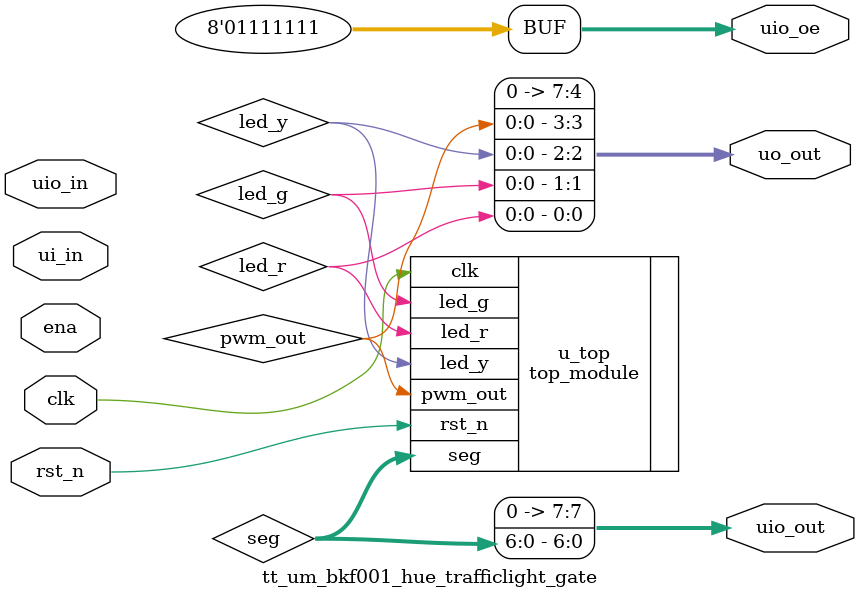
<source format=v>
module tt_um_bkf001_hue_trafficlight_gate (
    input  wire       clk,
    input  wire       rst_n,
    input  wire       ena,      // ✅ TinyTapeout required
    input  wire [7:0] ui_in,
    output wire [7:0] uo_out,
    input  wire [7:0] uio_in,
    output wire [7:0] uio_out,
    output wire [7:0] uio_oe
);

  // unused inputs (including ena if not used)
  wire _unused = &{ui_in, uio_in, ena};

  wire led_r, led_g, led_y;
  wire pwm_out;
  wire [6:0] seg;

  // ✅ 네 top_module 포트명과 일치해야 함
  top_module u_top (
      .clk     (clk),
      .rst_n   (rst_n),
      .led_r   (led_r),
      .led_g   (led_g),
      .led_y   (led_y),
      .pwm_out (pwm_out),
      .seg     (seg)
  );

  // uo_out: LED/PWM
  assign uo_out[0] = led_r;
  assign uo_out[1] = led_g;
  assign uo_out[2] = led_y;
  assign uo_out[3] = pwm_out;
  assign uo_out[7:4] = 4'b0000;

  // uio_out: 7-seg
  assign uio_out[6:0] = seg[6:0];
  assign uio_out[7]   = 1'b0;

  // uio_oe: seg pins output
  assign uio_oe[6:0] = 7'b1111111;
  assign uio_oe[7]   = 1'b0;

endmodule

</source>
